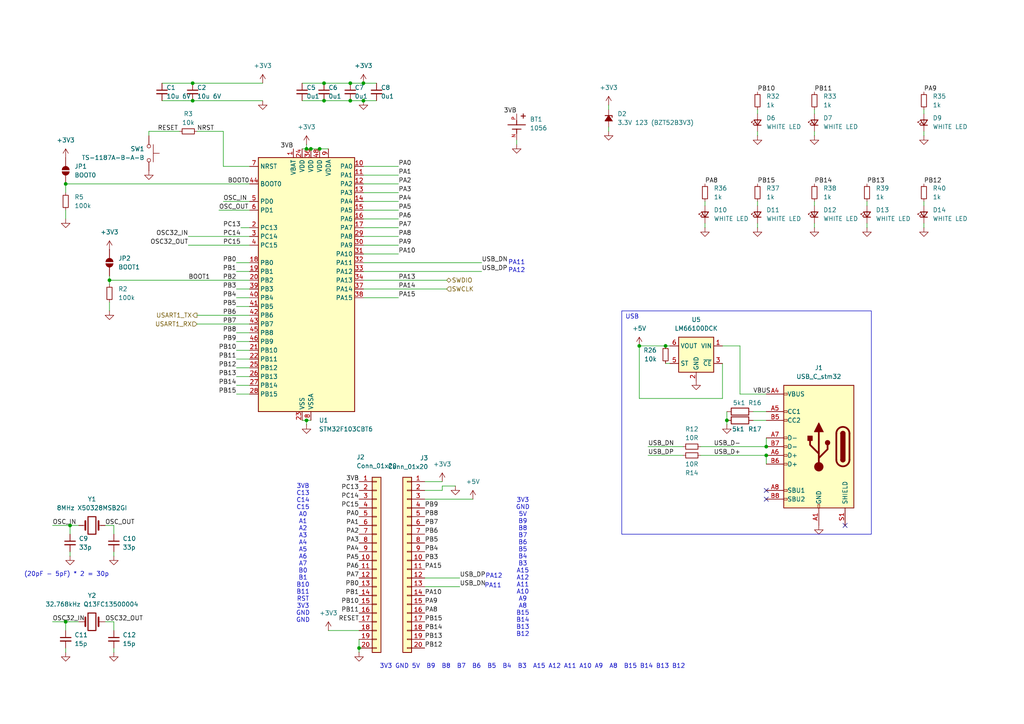
<source format=kicad_sch>
(kicad_sch (version 20231120) (generator "eeschema") (generator_version "8.0")
  (paper "A4")
  (lib_symbols
    (symbol "Connector:USB_C_Receptacle_USB2.0_16P" (pin_names (offset 1.016))
      (property "Reference" "J" (at 0 22.225 0))
      (property "Value" "USB_C_Receptacle_USB2.0_16P" (at 0 19.685 0))
      (symbol "USB_C_Receptacle_USB2.0_16P_1_1"
        (pin passive line (at 0 -22.86 90) (length 5.08) (name "GND") (number "A1"))
        (pin passive line (at 0 -22.86 90) (length 5.08) hide (name "GND") (number "A12"))
        (pin passive line (at 15.24 15.24 180) (length 5.08) (name "VBUS") (number "A4"))
        (pin bidirectional line (at 15.24 10.16 180) (length 5.08) (name "CC1") (number "A5"))
        (pin bidirectional line (at 15.24 -2.54 180) (length 5.08) (name "D+") (number "A6"))
        (pin bidirectional line (at 15.24 2.54 180) (length 5.08) (name "D-") (number "A7"))
        (pin bidirectional line (at 15.24 -12.7 180) (length 5.08) (name "SBU1") (number "A8"))
        (pin passive line (at 15.24 15.24 180) (length 5.08) hide (name "VBUS") (number "A9"))
        (pin passive line (at 0 -22.86 90) (length 5.08) hide (name "GND") (number "B1"))
        (pin passive line (at 0 -22.86 90) (length 5.08) hide (name "GND") (number "B12"))
        (pin passive line (at 15.24 15.24 180) (length 5.08) hide (name "VBUS") (number "B4"))
        (pin bidirectional line (at 15.24 7.62 180) (length 5.08) (name "CC2") (number "B5"))
        (pin bidirectional line (at 15.24 -5.08 180) (length 5.08) (name "D+") (number "B6"))
        (pin bidirectional line (at 15.24 0 180) (length 5.08) (name "D-") (number "B7"))
        (pin bidirectional line (at 15.24 -15.24 180) (length 5.08) (name "SBU2") (number "B8"))
        (pin passive line (at 15.24 15.24 180) (length 5.08) hide (name "VBUS") (number "B9"))
        (pin passive line (at -7.62 -22.86 90) (length 5.08) (name "SHIELD") (number "S1"))
      )
    )
    (symbol "Connector_Generic:Conn_01x20" (pin_names (offset 1.016) hide)
      (property "Reference" "J" (at 0 25.4 0))
      (property "Value" "Conn_01x20" (at 0 -27.94 0))
      (symbol "Conn_01x20_1_1"
        (pin passive line (at -5.08 22.86 0) (length 3.81) (name "Pin_1") (number "1"))
        (pin passive line (at -5.08 0 0) (length 3.81) (name "Pin_10") (number "10"))
        (pin passive line (at -5.08 -2.54 0) (length 3.81) (name "Pin_11") (number "11"))
        (pin passive line (at -5.08 -5.08 0) (length 3.81) (name "Pin_12") (number "12"))
        (pin passive line (at -5.08 -7.62 0) (length 3.81) (name "Pin_13") (number "13"))
        (pin passive line (at -5.08 -10.16 0) (length 3.81) (name "Pin_14") (number "14"))
        (pin passive line (at -5.08 -12.7 0) (length 3.81) (name "Pin_15") (number "15"))
        (pin passive line (at -5.08 -15.24 0) (length 3.81) (name "Pin_16") (number "16"))
        (pin passive line (at -5.08 -17.78 0) (length 3.81) (name "Pin_17") (number "17"))
        (pin passive line (at -5.08 -20.32 0) (length 3.81) (name "Pin_18") (number "18"))
        (pin passive line (at -5.08 -22.86 0) (length 3.81) (name "Pin_19") (number "19"))
        (pin passive line (at -5.08 20.32 0) (length 3.81) (name "Pin_2") (number "2"))
        (pin passive line (at -5.08 -25.4 0) (length 3.81) (name "Pin_20") (number "20"))
        (pin passive line (at -5.08 17.78 0) (length 3.81) (name "Pin_3") (number "3"))
        (pin passive line (at -5.08 15.24 0) (length 3.81) (name "Pin_4") (number "4"))
        (pin passive line (at -5.08 12.7 0) (length 3.81) (name "Pin_5") (number "5"))
        (pin passive line (at -5.08 10.16 0) (length 3.81) (name "Pin_6") (number "6"))
        (pin passive line (at -5.08 7.62 0) (length 3.81) (name "Pin_7") (number "7"))
        (pin passive line (at -5.08 5.08 0) (length 3.81) (name "Pin_8") (number "8"))
        (pin passive line (at -5.08 2.54 0) (length 3.81) (name "Pin_9") (number "9"))
      )
    )
    (symbol "Device:C_Small" (pin_numbers hide) (pin_names (offset 0.254) hide)
      (property "Reference" "C" (at 0.254 1.778 0))
      (property "Value" "C_Small" (at 0.254 -2.032 0))
      (symbol "C_Small_1_1"
        (pin passive line (at 0 2.54 270) (length 2.032) (name "~") (number "1"))
        (pin passive line (at 0 -2.54 90) (length 2.032) (name "~") (number "2"))
      )
    )
    (symbol "Device:Crystal" (pin_numbers hide) (pin_names (offset 1.016) hide)
      (property "Reference" "Y" (at 0 3.81 0))
      (property "Value" "Crystal" (at 0 -3.81 0))
      (symbol "Crystal_1_1"
        (pin passive line (at -3.81 0 0) (length 1.27) (name "1") (number "1"))
        (pin passive line (at 3.81 0 180) (length 1.27) (name "2") (number "2"))
      )
    )
    (symbol "Device:D_Zener_Small_Filled" (pin_numbers hide) (pin_names (offset 0.254) hide)
      (property "Reference" "D" (at 0 2.286 0))
      (property "Value" "D_Zener_Small_Filled" (at 0 -2.286 0))
      (symbol "D_Zener_Small_Filled_1_1"
        (pin passive line (at -2.54 0 0) (length 1.778) (name "K") (number "1"))
        (pin passive line (at 2.54 0 180) (length 1.778) (name "A") (number "2"))
      )
    )
    (symbol "Device:LED_Small" (pin_numbers hide) (pin_names (offset 0.254) hide)
      (property "Reference" "D" (at -1.27 3.175 0))
      (property "Value" "LED_Small" (at -4.445 -2.54 0))
      (symbol "LED_Small_1_1"
        (pin passive line (at -2.54 0 0) (length 1.778) (name "K") (number "1"))
        (pin passive line (at 2.54 0 180) (length 1.778) (name "A") (number "2"))
      )
    )
    (symbol "Device:R" (pin_numbers hide) (pin_names (offset 0))
      (property "Reference" "R" (at 2.032 0 90))
      (property "Value" "R" (at 0 0 90))
      (symbol "R_1_1"
        (pin passive line (at 0 3.81 270) (length 1.27) (name "~") (number "1"))
        (pin passive line (at 0 -3.81 90) (length 1.27) (name "~") (number "2"))
      )
    )
    (symbol "Device:R_Small" (pin_numbers hide) (pin_names (offset 0.254) hide)
      (property "Reference" "R" (at 0.762 0.508 0))
      (property "Value" "R_Small" (at 0.762 -1.016 0))
      (symbol "R_Small_1_1"
        (pin passive line (at 0 2.54 270) (length 0.762) (name "~") (number "1"))
        (pin passive line (at 0 -2.54 90) (length 0.762) (name "~") (number "2"))
      )
    )
    (symbol "Jumper:SolderJumper_2_Open" (pin_numbers hide) (pin_names (offset 0) hide) (exclude_from_sim yes) (in_bom no)
      (property "Reference" "JP" (at 0 2.032 0))
      (property "Value" "SolderJumper_2_Open" (at 0 -2.54 0))
      (symbol "SolderJumper_2_Open_1_1"
        (pin passive line (at -3.81 0 0) (length 2.54) (name "A") (number "1"))
        (pin passive line (at 3.81 0 180) (length 2.54) (name "B") (number "2"))
      )
    )
    (symbol "MCU_ST_STM32F1:STM32F103CBTx"
      (property "Reference" "U" (at -12.7 39.37 0))
      (property "Value" "STM32F103CBTx" (at 10.16 39.37 0))
      (symbol "STM32F103CBTx_1_1"
        (pin power_in line (at -2.54 40.64 270) (length 2.54) (name "VBAT") (number "1"))
        (pin bidirectional line (at 17.78 35.56 180) (length 2.54) (name "PA0") (number "10"))
        (pin bidirectional line (at 17.78 33.02 180) (length 2.54) (name "PA1") (number "11"))
        (pin bidirectional line (at 17.78 30.48 180) (length 2.54) (name "PA2") (number "12"))
        (pin bidirectional line (at 17.78 27.94 180) (length 2.54) (name "PA3") (number "13"))
        (pin bidirectional line (at 17.78 25.4 180) (length 2.54) (name "PA4") (number "14"))
        (pin bidirectional line (at 17.78 22.86 180) (length 2.54) (name "PA5") (number "15"))
        (pin bidirectional line (at 17.78 20.32 180) (length 2.54) (name "PA6") (number "16"))
        (pin bidirectional line (at 17.78 17.78 180) (length 2.54) (name "PA7") (number "17"))
        (pin bidirectional line (at -15.24 7.62 0) (length 2.54) (name "PB0") (number "18"))
        (pin bidirectional line (at -15.24 5.08 0) (length 2.54) (name "PB1") (number "19"))
        (pin bidirectional line (at -15.24 17.78 0) (length 2.54) (name "PC13") (number "2"))
        (pin bidirectional line (at -15.24 2.54 0) (length 2.54) (name "PB2") (number "20"))
        (pin bidirectional line (at -15.24 -17.78 0) (length 2.54) (name "PB10") (number "21"))
        (pin bidirectional line (at -15.24 -20.32 0) (length 2.54) (name "PB11") (number "22"))
        (pin power_in line (at 0 -38.1 90) (length 2.54) (name "VSS") (number "23"))
        (pin power_in line (at 0 40.64 270) (length 2.54) (name "VDD") (number "24"))
        (pin bidirectional line (at -15.24 -22.86 0) (length 2.54) (name "PB12") (number "25"))
        (pin bidirectional line (at -15.24 -25.4 0) (length 2.54) (name "PB13") (number "26"))
        (pin bidirectional line (at -15.24 -27.94 0) (length 2.54) (name "PB14") (number "27"))
        (pin bidirectional line (at -15.24 -30.48 0) (length 2.54) (name "PB15") (number "28"))
        (pin bidirectional line (at 17.78 15.24 180) (length 2.54) (name "PA8") (number "29"))
        (pin bidirectional line (at -15.24 15.24 0) (length 2.54) (name "PC14") (number "3"))
        (pin bidirectional line (at 17.78 12.7 180) (length 2.54) (name "PA9") (number "30"))
        (pin bidirectional line (at 17.78 10.16 180) (length 2.54) (name "PA10") (number "31"))
        (pin bidirectional line (at 17.78 7.62 180) (length 2.54) (name "PA11") (number "32"))
        (pin bidirectional line (at 17.78 5.08 180) (length 2.54) (name "PA12") (number "33"))
        (pin bidirectional line (at 17.78 2.54 180) (length 2.54) (name "PA13") (number "34"))
        (pin passive line (at 0 -38.1 90) (length 2.54) hide (name "VSS") (number "35"))
        (pin power_in line (at 2.54 40.64 270) (length 2.54) (name "VDD") (number "36"))
        (pin bidirectional line (at 17.78 0 180) (length 2.54) (name "PA14") (number "37"))
        (pin bidirectional line (at 17.78 -2.54 180) (length 2.54) (name "PA15") (number "38"))
        (pin bidirectional line (at -15.24 0 0) (length 2.54) (name "PB3") (number "39"))
        (pin bidirectional line (at -15.24 12.7 0) (length 2.54) (name "PC15") (number "4"))
        (pin bidirectional line (at -15.24 -2.54 0) (length 2.54) (name "PB4") (number "40"))
        (pin bidirectional line (at -15.24 -5.08 0) (length 2.54) (name "PB5") (number "41"))
        (pin bidirectional line (at -15.24 -7.62 0) (length 2.54) (name "PB6") (number "42"))
        (pin bidirectional line (at -15.24 -10.16 0) (length 2.54) (name "PB7") (number "43"))
        (pin input line (at -15.24 30.48 0) (length 2.54) (name "BOOT0") (number "44"))
        (pin bidirectional line (at -15.24 -12.7 0) (length 2.54) (name "PB8") (number "45"))
        (pin bidirectional line (at -15.24 -15.24 0) (length 2.54) (name "PB9") (number "46"))
        (pin passive line (at 0 -38.1 90) (length 2.54) hide (name "VSS") (number "47"))
        (pin power_in line (at 5.08 40.64 270) (length 2.54) (name "VDD") (number "48"))
        (pin bidirectional line (at -15.24 25.4 0) (length 2.54) (name "PD0") (number "5"))
        (pin bidirectional line (at -15.24 22.86 0) (length 2.54) (name "PD1") (number "6"))
        (pin input line (at -15.24 35.56 0) (length 2.54) (name "NRST") (number "7"))
        (pin power_in line (at 2.54 -38.1 90) (length 2.54) (name "VSSA") (number "8"))
        (pin power_in line (at 7.62 40.64 270) (length 2.54) (name "VDDA") (number "9"))
      )
    )
    (symbol "Power_Management:LM66100DCK"
      (property "Reference" "U" (at -5.08 6.096 0))
      (property "Value" "LM66100DCK" (at 0.254 -6.35 0))
      (symbol "LM66100DCK_1_1"
        (pin power_in line (at -7.62 2.54 0) (length 2.54) (name "VIN") (number "1"))
        (pin power_in line (at 0 -7.62 90) (length 2.54) (name "GND") (number "2"))
        (pin input line (at -7.62 -2.54 0) (length 2.54) (name "~{CE}") (number "3"))
        (pin no_connect line (at 0 5.08 270) (length 2.54) hide (name "NC") (number "4"))
        (pin open_collector line (at 7.62 -2.54 180) (length 2.54) (name "ST") (number "5"))
        (pin power_out line (at 7.62 2.54 180) (length 2.54) (name "VOUT") (number "6"))
      )
    )
    (symbol "Switch:SW_Push" (pin_numbers hide) (pin_names (offset 1.016) hide)
      (property "Reference" "SW" (at 1.27 2.54 0))
      (property "Value" "SW_Push" (at 0 -1.524 0))
      (symbol "SW_Push_0_1"
        (pin passive line (at -5.08 0 0) (length 2.54) (name "1") (number "1"))
        (pin passive line (at 5.08 0 180) (length 2.54) (name "2") (number "2"))
      )
    )
    (symbol "nturt_kicad_lib_EP6:1056" (pin_names (offset 1.016))
      (property "Reference" "BT" (at -3.81 3.81 0))
      (property "Value" "1056" (at -3.81 -5.08 0))
      (symbol "1056_1_0"
        (pin passive line (at 3.81 0 180) (length 2.54) (name "~") (number "N"))
        (pin power_out line (at -3.81 0 0) (length 2.54) (name "~") (number "P"))
      )
    )
    (symbol "power:+3V3" (power) (pin_numbers hide) (pin_names (offset 0) hide)
      (property "Value" "+3V3" (at 0 3.556 0))
      (symbol "+3V3_1_1"
        (pin power_in line (at 0 0 90) (length 0) (name "~") (number "1"))
      )
    )
    (symbol "power:+5V" (power) (pin_numbers hide) (pin_names (offset 0) hide)
      (property "Value" "+5V" (at 0 3.556 0))
      (symbol "+5V_1_1"
        (pin power_in line (at 0 0 90) (length 0) (name "~") (number "1"))
      )
    )
    (symbol "power:GND" (power) (pin_numbers hide) (pin_names (offset 0) hide)
      (property "Value" "GND" (at 0 -3.81 0))
      (symbol "GND_1_1"
        (pin power_in line (at 0 0 270) (length 0) (name "~") (number "1"))
      )
    )
  )
  (junction (at 93.98 24.13))
  (junction (at 222.25 129.54))
  (junction (at 92.71 43.18))
  (junction (at 105.41 24.13))
  (junction (at 93.98 29.21))
  (junction (at 19.05 53.34))
  (junction (at 193.04 100.33))
  (junction (at 20.32 152.4))
  (junction (at 88.9 121.92))
  (junction (at 88.9 43.18))
  (junction (at 55.88 29.21))
  (junction (at 90.17 43.18))
  (junction (at 185.42 100.33))
  (junction (at 104.14 187.96))
  (junction (at 31.75 81.28))
  (junction (at 55.88 24.13))
  (junction (at 105.41 29.21))
  (junction (at 101.6 24.13))
  (junction (at 101.6 29.21))
  (junction (at 210.82 121.92))
  (junction (at 222.25 132.08))
  (junction (at 19.05 180.34))
  (no_connect (at 222.25 144.78))
  (no_connect (at 222.25 142.24))
  (no_connect (at 245.11 152.4))
  (wire (pts (xy 88.9 43.18) (xy 90.17 43.18)))
  (wire (pts (xy 68.58 86.36) (xy 72.39 86.36)))
  (wire (pts (xy 88.9 41.91) (xy 88.9 43.18)))
  (wire (pts (xy 33.02 187.96) (xy 33.02 189.23)))
  (wire (pts (xy 204.47 58.42) (xy 204.47 59.69)))
  (wire (pts (xy 105.41 71.12) (xy 115.57 71.12)))
  (wire (pts (xy 68.58 76.2) (xy 72.39 76.2)))
  (wire (pts (xy 105.41 73.66) (xy 115.57 73.66)))
  (wire (pts (xy 90.17 43.18) (xy 92.71 43.18)))
  (wire (pts (xy 187.96 132.08) (xy 198.12 132.08)))
  (wire (pts (xy 54.61 68.58) (xy 72.39 68.58)))
  (wire (pts (xy 105.41 58.42) (xy 115.57 58.42)))
  (wire (pts (xy 46.99 29.21) (xy 55.88 29.21)))
  (wire (pts (xy 88.9 121.92) (xy 87.63 121.92)))
  (wire (pts (xy 204.47 66.04) (xy 204.47 64.77)))
  (wire (pts (xy 132.08 140.97) (xy 128.27 140.97)))
  (wire (pts (xy 105.41 83.82) (xy 129.54 83.82)))
  (wire (pts (xy 214.63 114.3) (xy 214.63 100.33)))
  (wire (pts (xy 193.04 100.33) (xy 185.42 100.33)))
  (wire (pts (xy 236.22 39.37) (xy 236.22 38.1)))
  (wire (pts (xy 19.05 55.88) (xy 19.05 53.34)))
  (wire (pts (xy 137.16 144.78) (xy 123.19 144.78)))
  (wire (pts (xy 128.27 140.97) (xy 128.27 142.24)))
  (wire (pts (xy 64.77 48.26) (xy 72.39 48.26)))
  (wire (pts (xy 128.27 139.7) (xy 123.19 139.7)))
  (wire (pts (xy 33.02 182.88) (xy 33.02 180.34)))
  (wire (pts (xy 20.32 152.4) (xy 22.86 152.4)))
  (wire (pts (xy 31.75 81.28) (xy 31.75 80.01)))
  (wire (pts (xy 55.88 24.13) (xy 76.2 24.13)))
  (wire (pts (xy 105.41 78.74) (xy 139.7 78.74)))
  (wire (pts (xy 219.71 39.37) (xy 219.71 38.1)))
  (wire (pts (xy 15.24 180.34) (xy 19.05 180.34)))
  (wire (pts (xy 30.48 180.34) (xy 33.02 180.34)))
  (wire (pts (xy 104.14 185.42) (xy 104.14 187.96)))
  (wire (pts (xy 218.44 121.92) (xy 222.25 121.92)))
  (wire (pts (xy 68.58 96.52) (xy 72.39 96.52)))
  (wire (pts (xy 219.71 66.04) (xy 219.71 64.77)))
  (wire (pts (xy 222.25 127) (xy 222.25 129.54)))
  (wire (pts (xy 105.41 55.88) (xy 115.57 55.88)))
  (wire (pts (xy 68.58 109.22) (xy 72.39 109.22)))
  (wire (pts (xy 20.32 160.02) (xy 20.32 161.29)))
  (wire (pts (xy 105.41 60.96) (xy 115.57 60.96)))
  (wire (pts (xy 30.48 152.4) (xy 33.02 152.4)))
  (wire (pts (xy 92.71 43.18) (xy 95.25 43.18)))
  (wire (pts (xy 19.05 180.34) (xy 19.05 182.88)))
  (wire (pts (xy 105.41 50.8) (xy 115.57 50.8)))
  (wire (pts (xy 209.55 100.33) (xy 214.63 100.33)))
  (wire (pts (xy 95.25 182.88) (xy 104.14 182.88)))
  (wire (pts (xy 101.6 24.13) (xy 105.41 24.13)))
  (wire (pts (xy 15.24 152.4) (xy 20.32 152.4)))
  (wire (pts (xy 105.41 66.04) (xy 115.57 66.04)))
  (wire (pts (xy 68.58 88.9) (xy 72.39 88.9)))
  (wire (pts (xy 87.63 24.13) (xy 93.98 24.13)))
  (wire (pts (xy 64.77 38.1) (xy 57.15 38.1)))
  (wire (pts (xy 105.41 76.2) (xy 139.7 76.2)))
  (wire (pts (xy 105.41 24.13) (xy 109.22 24.13)))
  (wire (pts (xy 68.58 114.3) (xy 72.39 114.3)))
  (wire (pts (xy 20.32 152.4) (xy 20.32 154.94)))
  (wire (pts (xy 218.44 119.38) (xy 222.25 119.38)))
  (wire (pts (xy 105.41 63.5) (xy 115.57 63.5)))
  (wire (pts (xy 214.63 114.3) (xy 222.25 114.3)))
  (wire (pts (xy 46.99 24.13) (xy 55.88 24.13)))
  (wire (pts (xy 209.55 105.41) (xy 209.55 115.57)))
  (wire (pts (xy 33.02 154.94) (xy 33.02 152.4)))
  (wire (pts (xy 101.6 29.21) (xy 105.41 29.21)))
  (wire (pts (xy 68.58 104.14) (xy 72.39 104.14)))
  (wire (pts (xy 87.63 43.18) (xy 88.9 43.18)))
  (wire (pts (xy 52.07 38.1) (xy 43.18 38.1)))
  (wire (pts (xy 68.58 83.82) (xy 72.39 83.82)))
  (wire (pts (xy 210.82 119.38) (xy 210.82 121.92)))
  (wire (pts (xy 267.97 58.42) (xy 267.97 59.69)))
  (wire (pts (xy 64.77 48.26) (xy 64.77 38.1)))
  (wire (pts (xy 267.97 39.37) (xy 267.97 38.1)))
  (wire (pts (xy 149.86 41.91) (xy 149.86 40.64)))
  (wire (pts (xy 105.41 29.21) (xy 109.22 29.21)))
  (wire (pts (xy 176.53 38.1) (xy 176.53 36.83)))
  (wire (pts (xy 43.18 38.1) (xy 43.18 39.37)))
  (wire (pts (xy 203.2 132.08) (xy 222.25 132.08)))
  (wire (pts (xy 63.5 60.96) (xy 72.39 60.96)))
  (wire (pts (xy 93.98 29.21) (xy 101.6 29.21)))
  (wire (pts (xy 203.2 129.54) (xy 222.25 129.54)))
  (wire (pts (xy 57.15 93.98) (xy 72.39 93.98)))
  (wire (pts (xy 19.05 180.34) (xy 22.86 180.34)))
  (wire (pts (xy 267.97 31.75) (xy 267.97 33.02)))
  (wire (pts (xy 219.71 31.75) (xy 219.71 33.02)))
  (wire (pts (xy 105.41 68.58) (xy 115.57 68.58)))
  (wire (pts (xy 219.71 58.42) (xy 219.71 59.69)))
  (wire (pts (xy 105.41 53.34) (xy 115.57 53.34)))
  (wire (pts (xy 87.63 29.21) (xy 93.98 29.21)))
  (wire (pts (xy 68.58 99.06) (xy 72.39 99.06)))
  (wire (pts (xy 19.05 187.96) (xy 19.05 189.23)))
  (wire (pts (xy 133.35 170.18) (xy 123.19 170.18)))
  (wire (pts (xy 68.58 101.6) (xy 72.39 101.6)))
  (wire (pts (xy 88.9 121.92) (xy 90.17 121.92)))
  (wire (pts (xy 68.58 78.74) (xy 72.39 78.74)))
  (wire (pts (xy 31.75 82.55) (xy 31.75 81.28)))
  (wire (pts (xy 236.22 31.75) (xy 236.22 33.02)))
  (wire (pts (xy 69.85 66.04) (xy 72.39 66.04)))
  (wire (pts (xy 54.61 71.12) (xy 72.39 71.12)))
  (wire (pts (xy 19.05 53.34) (xy 72.39 53.34)))
  (wire (pts (xy 187.96 129.54) (xy 198.12 129.54)))
  (wire (pts (xy 194.31 105.41) (xy 193.04 105.41)))
  (wire (pts (xy 19.05 63.5) (xy 19.05 60.96)))
  (wire (pts (xy 236.22 58.42) (xy 236.22 59.69)))
  (wire (pts (xy 93.98 24.13) (xy 101.6 24.13)))
  (wire (pts (xy 267.97 66.04) (xy 267.97 64.77)))
  (wire (pts (xy 251.46 66.04) (xy 251.46 64.77)))
  (wire (pts (xy 33.02 160.02) (xy 33.02 161.29)))
  (wire (pts (xy 176.53 30.48) (xy 176.53 31.75)))
  (wire (pts (xy 251.46 58.42) (xy 251.46 59.69)))
  (wire (pts (xy 105.41 81.28) (xy 129.54 81.28)))
  (wire (pts (xy 88.9 121.92) (xy 88.9 123.19)))
  (wire (pts (xy 31.75 81.28) (xy 72.39 81.28)))
  (wire (pts (xy 105.41 48.26) (xy 115.57 48.26)))
  (wire (pts (xy 185.42 100.33) (xy 185.42 115.57)))
  (wire (pts (xy 104.14 187.96) (xy 104.14 189.23)))
  (wire (pts (xy 105.41 86.36) (xy 115.57 86.36)))
  (wire (pts (xy 209.55 115.57) (xy 185.42 115.57)))
  (wire (pts (xy 57.15 91.44) (xy 72.39 91.44)))
  (wire (pts (xy 133.35 167.64) (xy 123.19 167.64)))
  (wire (pts (xy 128.27 142.24) (xy 123.19 142.24)))
  (wire (pts (xy 64.77 58.42) (xy 72.39 58.42)))
  (wire (pts (xy 31.75 90.17) (xy 31.75 87.63)))
  (wire (pts (xy 236.22 66.04) (xy 236.22 64.77)))
  (wire (pts (xy 194.31 100.33) (xy 193.04 100.33)))
  (wire (pts (xy 55.88 29.21) (xy 76.2 29.21)))
  (wire (pts (xy 68.58 111.76) (xy 72.39 111.76)))
  (wire (pts (xy 210.82 121.92) (xy 210.82 123.19)))
  (wire (pts (xy 222.25 132.08) (xy 222.25 134.62)))
  (wire (pts (xy 68.58 106.68) (xy 72.39 106.68)))
  (rectangle (start 180.34 90.17) (end 252.73 154.94))
  (text "PA12" (at 143.256 167.132 0) (effects (font (size 1.27 1.27))))
  (text "3V3\nGND\n5V\nB9\nB8\nB7\nB6\nB5\nB4\nB3\nA15\nA12\nA11\nA10\nA9\nA8\nB15\nB14\nB13\nB12" (at 151.638 164.592 0) (effects (font (size 1.27 1.27))))
  (text "3V3 GND 5V  B9  B8  B7  B6  B5  B4  B3  A15 A12 A11 A10 A9  A8  B15 B14 B13 B12" (at 154.432 193.294 0) (effects (font (size 1.27 1.27))))
  (text "PA12" (at 149.86 78.486 0) (effects (font (size 1.27 1.27))))
  (text "PA11\n" (at 143.002 169.926 0) (effects (font (size 1.27 1.27))))
  (text "(20pF - 5pF) * 2 = 30p" (at 19.304 166.624 0) (effects (font (size 1.27 1.27))))
  (text "USB" (at 181.356 92.71 0) (effects (font (size 1.27 1.27)) (justify left bottom)))
  (text "3VB\nC13\nC14\nC15\nA0\nA1\nA2\nA3\nA4\nA5\nA6\nA7\nB0\nB1\nB10\nB11\nRST\n3V3\nGND\nGND" (at 87.884 160.528 0) (effects (font (size 1.27 1.27))))
  (text "PA11\n" (at 149.86 76.2 0) (effects (font (size 1.27 1.27))))
  (label "PA15" (at 115.57 86.36 0))
  (label "BOOT0" (at 66.04 53.34 0))
  (label "OSC32_IN" (at 54.61 68.58 180))
  (label "PA2" (at 104.14 154.94 180))
  (label "PA0" (at 104.14 149.86 180))
  (label "PB0" (at 104.14 170.18 180))
  (label "PB10" (at 68.58 101.6 180))
  (label "PB11" (at 104.14 177.8 180))
  (label "PB10" (at 219.71 26.67 0))
  (label "PB11" (at 68.58 104.14 180))
  (label "3VB" (at 149.86 33.02 180))
  (label "PA0" (at 115.57 48.26 0))
  (label "PB1" (at 104.14 172.72 180))
  (label "PA8" (at 123.19 177.8 0))
  (label "OSC_IN" (at 64.77 58.42 0))
  (label "OSC32_OUT" (at 30.48 180.34 0))
  (label "PB12" (at 68.58 106.68 180))
  (label "OSC32_IN" (at 15.24 180.34 0))
  (label "PB15" (at 123.19 180.34 0))
  (label "PB10" (at 104.14 175.26 180))
  (label "VBUS" (at 218.44 114.3 0))
  (label "RESET" (at 104.14 180.34 180))
  (label "USB_DP" (at 139.7 78.74 0))
  (label "PB4" (at 68.58 86.36 180))
  (label "PA10" (at 115.57 73.66 0))
  (label "PA1" (at 104.14 152.4 180))
  (label "PA3" (at 104.14 157.48 180))
  (label "PA5" (at 104.14 162.56 180))
  (label "PB9" (at 68.58 99.06 180))
  (label "PB1" (at 68.58 78.74 180))
  (label "PB8" (at 68.58 96.52 180))
  (label "PB14" (at 68.58 111.76 180))
  (label "PA9" (at 123.19 175.26 0))
  (label "OSC_IN" (at 15.24 152.4 0))
  (label "PC13" (at 69.85 66.04 180))
  (label "PB3" (at 123.19 162.56 0))
  (label "PA4" (at 104.14 160.02 180))
  (label "OSC_OUT" (at 30.48 152.4 0))
  (label "PB13" (at 68.58 109.22 180))
  (label "RESET" (at 45.72 38.1 0))
  (label "3VB" (at 85.09 43.18 180))
  (label "PA7" (at 104.14 167.64 180))
  (label "PB5" (at 123.19 157.48 0))
  (label "USB_DN" (at 133.35 170.18 0))
  (label "PA14" (at 115.57 83.82 0))
  (label "PA7" (at 115.57 66.04 0))
  (label "PB14" (at 123.19 182.88 0))
  (label "USB_DP" (at 133.35 167.64 0))
  (label "USB_D-" (at 207.01 129.54 0))
  (label "PA3" (at 115.57 55.88 0))
  (label "PA6" (at 104.14 165.1 180))
  (label "USB_DN" (at 139.7 76.2 0))
  (label "OSC32_OUT" (at 54.61 71.12 180))
  (label "PB12" (at 267.97 53.34 0))
  (label "PB13" (at 251.46 53.34 0))
  (label "PC14" (at 104.14 144.78 180))
  (label "PA4" (at 115.57 58.42 0))
  (label "PB15" (at 219.71 53.34 0))
  (label "3VB" (at 104.14 139.7 180))
  (label "PA6" (at 115.57 63.5 0))
  (label "USB_D+" (at 207.01 132.08 0))
  (label "BOOT1" (at 60.96 81.28 180))
  (label "PA2" (at 115.57 53.34 0))
  (label "PB4" (at 123.19 160.02 0))
  (label "PA1" (at 115.57 50.8 0))
  (label "PB7" (at 123.19 152.4 0))
  (label "PB3" (at 68.58 83.82 180))
  (label "PB0" (at 68.58 76.2 180))
  (label "USB_DP" (at 187.96 132.08 0))
  (label "PA9" (at 267.97 26.67 0))
  (label "PB9" (at 123.19 147.32 0))
  (label "PB5" (at 68.58 88.9 180))
  (label "NRST" (at 57.15 38.1 0))
  (label "PA5" (at 115.57 60.96 0))
  (label "PB15" (at 68.58 114.3 180))
  (label "PC14" (at 69.85 68.58 180))
  (label "PA8" (at 115.57 68.58 0))
  (label "PC15" (at 69.85 71.12 180))
  (label "OSC_OUT" (at 63.5 60.96 0))
  (label "PB13" (at 123.19 185.42 0))
  (label "PB2" (at 68.58 81.28 180))
  (label "PB12" (at 123.19 187.96 0))
  (label "PB8" (at 123.19 149.86 0))
  (label "PA8" (at 204.47 53.34 0))
  (label "PC15" (at 104.14 147.32 180))
  (label "PA15" (at 123.19 165.1 0))
  (label "PA13" (at 115.57 81.28 0))
  (label "PB6" (at 123.19 154.94 0))
  (label "PA9" (at 115.57 71.12 0))
  (label "PC13" (at 104.14 142.24 180))
  (label "PA10" (at 123.19 172.72 0))
  (label "USB_DN" (at 187.96 129.54 0))
  (label "PB7" (at 68.58 93.98 180))
  (label "PB6" (at 68.58 91.44 180))
  (label "PB11" (at 236.22 26.67 0))
  (label "PB14" (at 236.22 53.34 0))
  (hierarchical_label "USART1_RX" (shape input) (at 57.15 93.98 180))
  (hierarchical_label "SWDIO" (shape bidirectional) (at 129.54 81.28 0))
  (hierarchical_label "USART1_TX" (shape output) (at 57.15 91.44 180))
  (hierarchical_label "SWCLK" (shape input) (at 129.54 83.82 0))
  (symbol (lib_id "Device:D_Zener_Small_Filled") (at 176.53 34.29 270) (unit 1)
    (property "Reference" "D2" (at 179.07 33.02 90) (effects (justify left)))
    (property "Value" "3.3V 123 (BZT52B3V3)" (at 179.07 35.56 90) (effects (justify left)))
    (property "Footprint" "Diode_SMD:D_SOD-123" (effects (hide yes)))
    (property "Description" "Zener diode, small symbol, filled shape" (effects (hide yes)))
  )
  (symbol (lib_id "Jumper:SolderJumper_2_Open") (at 19.05 49.53 90) (unit 1) (exclude_from_sim yes) (in_bom no)
    (property "Reference" "JP1" (at 21.59 48.26 90) (effects (justify right)))
    (property "Value" "BOOT0" (at 21.59 50.8 90) (effects (justify right)))
    (property "Footprint" "Jumper:SolderJumper-2_P1.3mm_Open_RoundedPad1.0x1.5mm" (effects (hide yes)))
    (property "Description" "Solder Jumper, 2-pole, open" (effects (hide yes)))
  )
  (symbol (lib_id "power:+5V") (at 137.16 144.78 0) (unit 1)
    (property "Reference" "#PWR029" (effects (hide yes)))
    (property "Value" "+5V" (at 137.16 139.7 0))
    (property "Description" "Power symbol creates a global label with name \"+5V\"" (effects (hide yes)))
  )
  (symbol (lib_id "Jumper:SolderJumper_2_Open") (at 31.75 76.2 90) (unit 1) (exclude_from_sim yes) (in_bom no)
    (property "Reference" "JP2" (at 34.29 74.93 90) (effects (justify right)))
    (property "Value" "BOOT1" (at 34.29 77.47 90) (effects (justify right)))
    (property "Footprint" "Jumper:SolderJumper-2_P1.3mm_Open_RoundedPad1.0x1.5mm" (effects (hide yes)))
    (property "Description" "Solder Jumper, 2-pole, open" (effects (hide yes)))
  )
  (symbol (lib_id "power:+3V3") (at 95.25 182.88 0) (unit 1)
    (property "Reference" "#PWR017" (effects (hide yes)))
    (property "Value" "+3V3" (at 95.25 177.8 0))
    (property "Description" "Power symbol creates a global label with name \"+3V3\"" (effects (hide yes)))
  )
  (symbol (lib_id "Switch:SW_Push") (at 43.18 44.45 270) (mirror x) (unit 1)
    (property "Reference" "SW1" (at 41.91 43.18 90) (effects (justify right)))
    (property "Value" "TS-1187A-B-A-B" (at 41.91 45.72 90) (effects (justify right)))
    (property "Footprint" "Button_Switch_SMD:SW_Push_1P1T_XKB_TS-1187A" (effects (hide yes)))
    (property "Description" "Push button switch, generic, two pins" (effects (hide yes)))
  )
  (symbol (lib_id "Device:R_Small") (at 219.71 29.21 0) (unit 1)
    (property "Reference" "R32" (at 222.25 27.94 0) (effects (justify left)))
    (property "Value" "1k" (at 222.25 30.48 0) (effects (justify left)))
    (property "Footprint" "Resistor_SMD:R_0402_1005Metric" (effects (hide yes)))
    (property "Description" "Resistor, small symbol" (effects (hide yes)))
  )
  (symbol (lib_id "power:+3V3") (at 176.53 30.48 0) (unit 1)
    (property "Reference" "#PWR027" (effects (hide yes)))
    (property "Value" "+3V3" (at 176.53 25.4 0))
    (property "Description" "Power symbol creates a global label with name \"+3V3\"" (effects (hide yes)))
  )
  (symbol (lib_id "Device:R_Small") (at 267.97 55.88 0) (unit 1)
    (property "Reference" "R40" (at 270.51 54.61 0) (effects (justify left)))
    (property "Value" "1k" (at 270.51 57.15 0) (effects (justify left)))
    (property "Footprint" "Resistor_SMD:R_0402_1005Metric" (effects (hide yes)))
    (property "Description" "Resistor, small symbol" (effects (hide yes)))
  )
  (symbol (lib_id "power:+3V3") (at 128.27 139.7 0) (unit 1)
    (property "Reference" "#PWR031" (effects (hide yes)))
    (property "Value" "+3V3" (at 128.27 134.62 0))
    (property "Description" "Power symbol creates a global label with name \"+3V3\"" (effects (hide yes)))
  )
  (symbol (lib_id "Device:R_Small") (at 193.04 102.87 0) (mirror y) (unit 1)
    (property "Reference" "R26" (at 190.5 101.5999 0) (effects (justify left)))
    (property "Value" "10k" (at 190.5 104.1399 0) (effects (justify left)))
    (property "Footprint" "Resistor_SMD:R_0402_1005Metric" (effects (hide yes)))
    (property "Description" "Resistor, small symbol" (effects (hide yes)))
  )
  (symbol (lib_id "Device:LED_Small") (at 219.71 62.23 90) (unit 1)
    (property "Reference" "D11" (at 222.25 60.8965 90) (effects (justify right)))
    (property "Value" "WHITE LED" (at 222.25 63.4365 90) (effects (justify right)))
    (property "Footprint" "LED_SMD:LED_0603_1608Metric" (effects (hide yes)))
    (property "Description" "Light emitting diode, small symbol" (effects (hide yes)))
  )
  (symbol (lib_id "power:+5V") (at 185.42 100.33 0) (mirror y) (unit 1)
    (property "Reference" "#PWR020" (effects (hide yes)))
    (property "Value" "+5V" (at 185.42 95.25 0))
    (property "Description" "Power symbol creates a global label with name \"+5V\"" (effects (hide yes)))
  )
  (symbol (lib_id "Device:R_Small") (at 19.05 58.42 0) (unit 1)
    (property "Reference" "R5" (at 21.59 57.15 0) (effects (justify left)))
    (property "Value" "100k" (at 21.59 59.69 0) (effects (justify left)))
    (property "Footprint" "Resistor_SMD:R_0402_1005Metric" (effects (hide yes)))
    (property "Description" "Resistor, small symbol" (effects (hide yes)))
  )
  (symbol (lib_id "nturt_kicad_lib_EP6:1056") (at 149.86 36.83 270) (unit 1)
    (property "Reference" "BT1" (at 153.67 34.6075 90) (effects (justify left)))
    (property "Value" "1056" (at 153.67 37.1475 90) (effects (justify left)))
    (property "Footprint" "nturt_kicad_lib_EP6:BAT_1056" (effects (hide yes)))
    (property "PARTREV" "D" (effects (hide yes)))
    (property "STANDARD" "Manufacturer Recommendations" (effects (hide yes)))
    (property "SNAPEDA_PN" "1056" (effects (hide yes)))
    (property "MAXIMUM_PACKAGE_HEIGHT" "3.99mm" (effects (hide yes)))
    (property "MANUFACTURER" "Keystone" (effects (hide yes)))
  )
  (symbol (lib_id "power:GND") (at 33.02 189.23 0) (unit 1)
    (property "Reference" "#PWR09" (effects (hide yes)))
    (property "Value" "GND" (effects (hide yes)))
    (property "Description" "Power symbol creates a global label with name \"GND\" , ground" (effects (hide yes)))
  )
  (symbol (lib_id "power:+3V3") (at 105.41 24.13 0) (unit 1)
    (property "Reference" "#PWR02" (effects (hide yes)))
    (property "Value" "+3V3" (at 105.41 19.05 0))
    (property "Description" "Power symbol creates a global label with name \"+3V3\"" (effects (hide yes)))
  )
  (symbol (lib_id "power:GND") (at 236.22 39.37 0) (unit 1)
    (property "Reference" "#PWR034" (effects (hide yes)))
    (property "Value" "GND" (effects (hide yes)))
    (property "Description" "Power symbol creates a global label with name \"GND\" , ground" (effects (hide yes)))
  )
  (symbol (lib_id "Device:LED_Small") (at 267.97 62.23 90) (unit 1)
    (property "Reference" "D14" (at 270.51 60.8965 90) (effects (justify right)))
    (property "Value" "WHITE LED" (at 270.51 63.4365 90) (effects (justify right)))
    (property "Footprint" "LED_SMD:LED_0603_1608Metric" (effects (hide yes)))
    (property "Description" "Light emitting diode, small symbol" (effects (hide yes)))
  )
  (symbol (lib_id "Device:R") (at 214.63 121.92 90) (mirror x) (unit 1)
    (property "Reference" "R17" (at 218.948 124.46 90))
    (property "Value" "5k1" (at 214.122 124.46 90))
    (property "Footprint" "Resistor_SMD:R_0402_1005Metric" (effects (hide yes)))
    (property "Description" "Resistor" (effects (hide yes)))
  )
  (symbol (lib_id "power:+3V3") (at 76.2 24.13 0) (unit 1)
    (property "Reference" "#PWR01" (effects (hide yes)))
    (property "Value" "+3V3" (at 76.2 19.05 0))
    (property "Description" "Power symbol creates a global label with name \"+3V3\"" (effects (hide yes)))
  )
  (symbol (lib_id "Device:C_Small") (at 33.02 157.48 0) (unit 1)
    (property "Reference" "C10" (at 35.56 156.2163 0) (effects (justify left)))
    (property "Value" "33p" (at 35.56 158.7563 0) (effects (justify left)))
    (property "Footprint" "Capacitor_SMD:C_0402_1005Metric" (effects (hide yes)))
    (property "Description" "Unpolarized capacitor, small symbol" (effects (hide yes)))
  )
  (symbol (lib_id "power:GND") (at 267.97 39.37 0) (unit 1)
    (property "Reference" "#PWR036" (effects (hide yes)))
    (property "Value" "GND" (effects (hide yes)))
    (property "Description" "Power symbol creates a global label with name \"GND\" , ground" (effects (hide yes)))
  )
  (symbol (lib_id "MCU_ST_STM32F1:STM32F103CBTx") (at 87.63 83.82 0) (unit 1)
    (property "Reference" "U1" (at 92.4835 121.92 0) (effects (justify left)))
    (property "Value" "STM32F103CBT6" (at 92.4835 124.46 0) (effects (justify left)))
    (property "Footprint" "Package_QFP:LQFP-48_7x7mm_P0.5mm" (effects (hide yes)))
    (property "Datasheet" "https://www.st.com/resource/en/datasheet/stm32f103cb.pdf" (effects (hide yes)))
    (property "Description" "STMicroelectronics Arm Cortex-M3 MCU, 128KB flash, 20KB RAM, 72 MHz, 2.0-3.6V, 37 GPIO, LQFP48" (effects (hide yes)))
  )
  (symbol (lib_id "Device:C_Small") (at 109.22 26.67 0) (unit 1)
    (property "Reference" "C8" (at 110.49 25.4 0) (effects (justify left)))
    (property "Value" "0u1" (at 110.49 27.94 0) (effects (justify left)))
    (property "Footprint" "Capacitor_SMD:C_0402_1005Metric" (effects (hide yes)))
    (property "Description" "Unpolarized capacitor, small symbol" (effects (hide yes)))
  )
  (symbol (lib_id "power:GND") (at 210.82 123.19 0) (unit 1)
    (property "Reference" "#PWR022" (effects (hide yes)))
    (property "Value" "GND" (effects (hide yes)))
    (property "Description" "Power symbol creates a global label with name \"GND\" , ground" (effects (hide yes)))
  )
  (symbol (lib_id "Device:R") (at 214.63 119.38 90) (unit 1)
    (property "Reference" "R16" (at 218.948 116.84 90))
    (property "Value" "5k1" (at 214.376 116.84 90))
    (property "Footprint" "Resistor_SMD:R_0402_1005Metric" (effects (hide yes)))
    (property "Description" "Resistor" (effects (hide yes)))
  )
  (symbol (lib_id "power:GND") (at 236.22 66.04 0) (unit 1)
    (property "Reference" "#PWR039" (effects (hide yes)))
    (property "Value" "GND" (effects (hide yes)))
    (property "Description" "Power symbol creates a global label with name \"GND\" , ground" (effects (hide yes)))
  )
  (symbol (lib_id "Device:C_Small") (at 46.99 26.67 0) (unit 1)
    (property "Reference" "C1" (at 48.26 25.4 0) (effects (justify left)))
    (property "Value" "10u 6V" (at 48.26 27.94 0) (effects (justify left)))
    (property "Footprint" "Capacitor_SMD:C_0402_1005Metric" (effects (hide yes)))
    (property "Description" "Unpolarized capacitor, small symbol" (effects (hide yes)))
  )
  (symbol (lib_id "power:GND") (at 19.05 189.23 0) (unit 1)
    (property "Reference" "#PWR08" (effects (hide yes)))
    (property "Value" "GND" (effects (hide yes)))
    (property "Description" "Power symbol creates a global label with name \"GND\" , ground" (effects (hide yes)))
  )
  (symbol (lib_id "power:+3V3") (at 88.9 41.91 0) (unit 1)
    (property "Reference" "#PWR06" (effects (hide yes)))
    (property "Value" "+3V3" (at 88.9 36.83 0))
    (property "Description" "Power symbol creates a global label with name \"+3V3\"" (effects (hide yes)))
  )
  (symbol (lib_id "power:GND") (at 76.2 29.21 0) (unit 1)
    (property "Reference" "#PWR03" (effects (hide yes)))
    (property "Value" "GND" (effects (hide yes)))
    (property "Description" "Power symbol creates a global label with name \"GND\" , ground" (effects (hide yes)))
  )
  (symbol (lib_id "Device:R_Small") (at 54.61 38.1 90) (unit 1)
    (property "Reference" "R3" (at 54.61 33.02 90))
    (property "Value" "10k" (at 54.61 35.56 90))
    (property "Footprint" "Resistor_SMD:R_0402_1005Metric" (effects (hide yes)))
    (property "Description" "Resistor, small symbol" (effects (hide yes)))
  )
  (symbol (lib_id "Device:LED_Small") (at 204.47 62.23 90) (unit 1)
    (property "Reference" "D10" (at 207.01 60.8965 90) (effects (justify right)))
    (property "Value" "WHITE LED" (at 207.01 63.4365 90) (effects (justify right)))
    (property "Footprint" "LED_SMD:LED_0603_1608Metric" (effects (hide yes)))
    (property "Description" "Light emitting diode, small symbol" (effects (hide yes)))
  )
  (symbol (lib_id "power:+3V3") (at 31.75 72.39 0) (unit 1)
    (property "Reference" "#PWR032" (effects (hide yes)))
    (property "Value" "+3V3" (at 31.75 67.31 0))
    (property "Description" "Power symbol creates a global label with name \"+3V3\"" (effects (hide yes)))
  )
  (symbol (lib_id "Connector_Generic:Conn_01x20") (at 118.11 162.56 0) (mirror y) (unit 1)
    (property "Reference" "J3" (at 124.206 132.842 0) (effects (justify left)))
    (property "Value" "Conn_01x20" (at 124.206 135.382 0) (effects (justify left)))
    (property "Footprint" "Connector_PinHeader_2.54mm:PinHeader_1x20_P2.54mm_Vertical" (effects (hide yes)))
    (property "Description" "Generic connector, single row, 01x20, script generated (kicad-library-utils/schlib/autogen/connector/)" (effects (hide yes)))
  )
  (symbol (lib_id "power:GND") (at 201.93 110.49 0) (mirror y) (unit 1)
    (property "Reference" "#PWR050" (effects (hide yes)))
    (property "Value" "GND" (effects (hide yes)))
    (property "Description" "Power symbol creates a global label with name \"GND\" , ground" (effects (hide yes)))
  )
  (symbol (lib_id "power:GND") (at 267.97 66.04 0) (unit 1)
    (property "Reference" "#PWR041" (effects (hide yes)))
    (property "Value" "GND" (effects (hide yes)))
    (property "Description" "Power symbol creates a global label with name \"GND\" , ground" (effects (hide yes)))
  )
  (symbol (lib_id "Device:C_Small") (at 19.05 185.42 0) (unit 1)
    (property "Reference" "C11" (at 21.59 184.1562 0) (effects (justify left)))
    (property "Value" "15p" (at 21.59 186.6962 0) (effects (justify left)))
    (property "Footprint" "Capacitor_SMD:C_0402_1005Metric" (effects (hide yes)))
    (property "Description" "Unpolarized capacitor, small symbol" (effects (hide yes)))
  )
  (symbol (lib_id "power:GND") (at 132.08 140.97 0) (unit 1)
    (property "Reference" "#PWR030" (effects (hide yes)))
    (property "Value" "GND" (effects (hide yes)))
    (property "Description" "Power symbol creates a global label with name \"GND\" , ground" (effects (hide yes)))
  )
  (symbol (lib_id "Power_Management:LM66100DCK") (at 201.93 102.87 0) (mirror y) (unit 1)
    (property "Reference" "U5" (at 201.93 92.71 0))
    (property "Value" "LM66100DCK" (at 201.93 95.25 0))
    (property "Footprint" "Package_TO_SOT_SMD:SOT-363_SC-70-6" (effects (hide yes)))
    (property "Datasheet" "https://www.ti.com/lit/ds/symlink/lm66100.pdf" (effects (hide yes)))
    (property "Description" "Ideal Diode With Input Polarity Protection 1.5 - 5.5V  Input Voltage, 1.5A Output Current, Ron 141 mOhm, SC-70-6" (effects (hide yes)))
  )
  (symbol (lib_id "Device:R_Small") (at 219.71 55.88 0) (unit 1)
    (property "Reference" "R37" (at 222.25 54.61 0) (effects (justify left)))
    (property "Value" "1k" (at 222.25 57.15 0) (effects (justify left)))
    (property "Footprint" "Resistor_SMD:R_0402_1005Metric" (effects (hide yes)))
    (property "Description" "Resistor, small symbol" (effects (hide yes)))
  )
  (symbol (lib_id "Device:LED_Small") (at 267.97 35.56 90) (unit 1)
    (property "Reference" "D9" (at 270.51 34.2265 90) (effects (justify right)))
    (property "Value" "WHITE LED" (at 270.51 36.7665 90) (effects (justify right)))
    (property "Footprint" "LED_SMD:LED_0603_1608Metric" (effects (hide yes)))
    (property "Description" "Light emitting diode, small symbol" (effects (hide yes)))
  )
  (symbol (lib_id "Device:Crystal") (at 26.67 152.4 0) (unit 1)
    (property "Reference" "Y1" (at 26.67 144.78 0))
    (property "Value" "8MHz X50328MSB2GI" (at 26.67 147.32 0))
    (property "Footprint" "Crystal:Crystal_SMD_5032-2Pin_5.0x3.2mm" (effects (hide yes)))
    (property "Description" "Two pin crystal" (effects (hide yes)))
  )
  (symbol (lib_id "power:GND") (at 19.05 63.5 0) (unit 1)
    (property "Reference" "#PWR010" (effects (hide yes)))
    (property "Value" "GND" (effects (hide yes)))
    (property "Description" "Power symbol creates a global label with name \"GND\" , ground" (effects (hide yes)))
  )
  (symbol (lib_id "power:GND") (at 204.47 66.04 0) (unit 1)
    (property "Reference" "#PWR037" (effects (hide yes)))
    (property "Value" "GND" (effects (hide yes)))
    (property "Description" "Power symbol creates a global label with name \"GND\" , ground" (effects (hide yes)))
  )
  (symbol (lib_id "power:GND") (at 31.75 90.17 0) (unit 1)
    (property "Reference" "#PWR033" (effects (hide yes)))
    (property "Value" "GND" (effects (hide yes)))
    (property "Description" "Power symbol creates a global label with name \"GND\" , ground" (effects (hide yes)))
  )
  (symbol (lib_id "power:GND") (at 219.71 39.37 0) (unit 1)
    (property "Reference" "#PWR026" (effects (hide yes)))
    (property "Value" "GND" (effects (hide yes)))
    (property "Description" "Power symbol creates a global label with name \"GND\" , ground" (effects (hide yes)))
  )
  (symbol (lib_id "Device:R_Small") (at 200.66 132.08 90) (mirror x) (unit 1)
    (property "Reference" "R14" (at 200.66 137.16 90))
    (property "Value" "10R" (at 200.66 134.62 90))
    (property "Footprint" "Resistor_SMD:R_0402_1005Metric" (effects (hide yes)))
    (property "Description" "Resistor, small symbol" (effects (hide yes)))
  )
  (symbol (lib_id "Device:LED_Small") (at 251.46 62.23 90) (unit 1)
    (property "Reference" "D13" (at 254 60.8965 90) (effects (justify right)))
    (property "Value" "WHITE LED" (at 254 63.4365 90) (effects (justify right)))
    (property "Footprint" "LED_SMD:LED_0603_1608Metric" (effects (hide yes)))
    (property "Description" "Light emitting diode, small symbol" (effects (hide yes)))
  )
  (symbol (lib_id "power:GND") (at 149.86 41.91 0) (unit 1)
    (property "Reference" "#PWR035" (effects (hide yes)))
    (property "Value" "GND" (effects (hide yes)))
    (property "Description" "Power symbol creates a global label with name \"GND\" , ground" (effects (hide yes)))
  )
  (symbol (lib_id "power:GND") (at 33.02 161.29 0) (unit 1)
    (property "Reference" "#PWR016" (effects (hide yes)))
    (property "Value" "GND" (effects (hide yes)))
    (property "Description" "Power symbol creates a global label with name \"GND\" , ground" (effects (hide yes)))
  )
  (symbol (lib_id "power:GND") (at 251.46 66.04 0) (unit 1)
    (property "Reference" "#PWR040" (effects (hide yes)))
    (property "Value" "GND" (effects (hide yes)))
    (property "Description" "Power symbol creates a global label with name \"GND\" , ground" (effects (hide yes)))
  )
  (symbol (lib_id "power:+3V3") (at 19.05 45.72 0) (unit 1)
    (property "Reference" "#PWR05" (effects (hide yes)))
    (property "Value" "+3V3" (at 19.05 40.64 0))
    (property "Description" "Power symbol creates a global label with name \"+3V3\"" (effects (hide yes)))
  )
  (symbol (lib_id "Device:C_Small") (at 33.02 185.42 0) (unit 1)
    (property "Reference" "C12" (at 35.56 184.1562 0) (effects (justify left)))
    (property "Value" "15p" (at 35.56 186.6962 0) (effects (justify left)))
    (property "Footprint" "Capacitor_SMD:C_0402_1005Metric" (effects (hide yes)))
    (property "Description" "Unpolarized capacitor, small symbol" (effects (hide yes)))
  )
  (symbol (lib_id "power:GND") (at 219.71 66.04 0) (unit 1)
    (property "Reference" "#PWR038" (effects (hide yes)))
    (property "Value" "GND" (effects (hide yes)))
    (property "Description" "Power symbol creates a global label with name \"GND\" , ground" (effects (hide yes)))
  )
  (symbol (lib_id "Device:C_Small") (at 20.32 157.48 0) (unit 1)
    (property "Reference" "C9" (at 22.86 156.2163 0) (effects (justify left)))
    (property "Value" "33p" (at 22.86 158.7563 0) (effects (justify left)))
    (property "Footprint" "Capacitor_SMD:C_0402_1005Metric" (effects (hide yes)))
    (property "Description" "Unpolarized capacitor, small symbol" (effects (hide yes)))
  )
  (symbol (lib_id "Connector_Generic:Conn_01x20") (at 109.22 162.56 0) (unit 1)
    (property "Reference" "J2" (at 103.378 132.588 0) (effects (justify left)))
    (property "Value" "Conn_01x20" (at 103.378 135.128 0) (effects (justify left)))
    (property "Footprint" "Connector_PinHeader_2.54mm:PinHeader_1x20_P2.54mm_Vertical" (effects (hide yes)))
    (property "Description" "Generic connector, single row, 01x20, script generated (kicad-library-utils/schlib/autogen/connector/)" (effects (hide yes)))
  )
  (symbol (lib_id "Device:LED_Small") (at 236.22 35.56 90) (unit 1)
    (property "Reference" "D7" (at 238.76 34.2265 90) (effects (justify right)))
    (property "Value" "WHITE LED" (at 238.76 36.7665 90) (effects (justify right)))
    (property "Footprint" "LED_SMD:LED_0603_1608Metric" (effects (hide yes)))
    (property "Description" "Light emitting diode, small symbol" (effects (hide yes)))
  )
  (symbol (lib_id "Device:R_Small") (at 236.22 55.88 0) (unit 1)
    (property "Reference" "R38" (at 238.76 54.61 0) (effects (justify left)))
    (property "Value" "1k" (at 238.76 57.15 0) (effects (justify left)))
    (property "Footprint" "Resistor_SMD:R_0402_1005Metric" (effects (hide yes)))
    (property "Description" "Resistor, small symbol" (effects (hide yes)))
  )
  (symbol (lib_id "Device:R_Small") (at 31.75 85.09 0) (unit 1)
    (property "Reference" "R2" (at 34.29 83.82 0) (effects (justify left)))
    (property "Value" "100k" (at 34.29 86.36 0) (effects (justify left)))
    (property "Footprint" "Resistor_SMD:R_0402_1005Metric" (effects (hide yes)))
    (property "Description" "Resistor, small symbol" (effects (hide yes)))
  )
  (symbol (lib_id "Device:R_Small") (at 236.22 29.21 0) (unit 1)
    (property "Reference" "R33" (at 238.76 27.94 0) (effects (justify left)))
    (property "Value" "1k" (at 238.76 30.48 0) (effects (justify left)))
    (property "Footprint" "Resistor_SMD:R_0402_1005Metric" (effects (hide yes)))
    (property "Description" "Resistor, small symbol" (effects (hide yes)))
  )
  (symbol (lib_id "power:GND") (at 88.9 123.19 0) (unit 1)
    (property "Reference" "#PWR023" (effects (hide yes)))
    (property "Value" "GND" (effects (hide yes)))
    (property "Description" "Power symbol creates a global label with name \"GND\" , ground" (effects (hide yes)))
  )
  (symbol (lib_id "Device:LED_Small") (at 236.22 62.23 90) (unit 1)
    (property "Reference" "D12" (at 238.76 60.8965 90) (effects (justify right)))
    (property "Value" "WHITE LED" (at 238.76 63.4365 90) (effects (justify right)))
    (property "Footprint" "LED_SMD:LED_0603_1608Metric" (effects (hide yes)))
    (property "Description" "Light emitting diode, small symbol" (effects (hide yes)))
  )
  (symbol (lib_id "power:GND") (at 237.49 152.4 0) (unit 1)
    (property "Reference" "#PWR025" (effects (hide yes)))
    (property "Value" "GND" (effects (hide yes)))
    (property "Description" "Power symbol creates a global label with name \"GND\" , ground" (effects (hide yes)))
  )
  (symbol (lib_id "Device:C_Small") (at 55.88 26.67 0) (unit 1)
    (property "Reference" "C2" (at 57.15 25.4 0) (effects (justify left)))
    (property "Value" "10u 6V" (at 57.15 27.94 0) (effects (justify left)))
    (property "Footprint" "Capacitor_SMD:C_0402_1005Metric" (effects (hide yes)))
    (property "Description" "Unpolarized capacitor, small symbol" (effects (hide yes)))
  )
  (symbol (lib_id "power:GND") (at 104.14 189.23 0) (unit 1)
    (property "Reference" "#PWR021" (effects (hide yes)))
    (property "Value" "GND" (effects (hide yes)))
    (property "Description" "Power symbol creates a global label with name \"GND\" , ground" (effects (hide yes)))
  )
  (symbol (lib_id "power:GND") (at 176.53 38.1 0) (unit 1)
    (property "Reference" "#PWR028" (effects (hide yes)))
    (property "Value" "GND" (effects (hide yes)))
    (property "Description" "Power symbol creates a global label with name \"GND\" , ground" (effects (hide yes)))
  )
  (symbol (lib_id "power:GND") (at 43.18 49.53 0) (unit 1)
    (property "Reference" "#PWR07" (effects (hide yes)))
    (property "Value" "GND" (effects (hide yes)))
    (property "Description" "Power symbol creates a global label with name \"GND\" , ground" (effects (hide yes)))
  )
  (symbol (lib_id "Device:C_Small") (at 87.63 26.67 0) (unit 1)
    (property "Reference" "C5" (at 88.9 25.4 0) (effects (justify left)))
    (property "Value" "0u1" (at 88.9 27.94 0) (effects (justify left)))
    (property "Footprint" "Capacitor_SMD:C_0402_1005Metric" (effects (hide yes)))
    (property "Description" "Unpolarized capacitor, small symbol" (effects (hide yes)))
  )
  (symbol (lib_id "power:GND") (at 20.32 161.29 0) (unit 1)
    (property "Reference" "#PWR015" (effects (hide yes)))
    (property "Value" "GND" (effects (hide yes)))
    (property "Description" "Power symbol creates a global label with name \"GND\" , ground" (effects (hide yes)))
  )
  (symbol (lib_id "Device:C_Small") (at 101.6 26.67 0) (unit 1)
    (property "Reference" "C7" (at 102.87 25.4 0) (effects (justify left)))
    (property "Value" "0u1" (at 102.87 27.94 0) (effects (justify left)))
    (property "Footprint" "Capacitor_SMD:C_0402_1005Metric" (effects (hide yes)))
    (property "Description" "Unpolarized capacitor, small symbol" (effects (hide yes)))
  )
  (symbol (lib_id "Device:Crystal") (at 26.67 180.34 0) (unit 1)
    (property "Reference" "Y2" (at 26.67 172.72 0))
    (property "Value" "32.768kHz Q13FC13500004" (at 26.67 175.26 0))
    (property "Footprint" "Crystal:Crystal_SMD_3215-2Pin_3.2x1.5mm" (effects (hide yes)))
    (property "Description" "Two pin crystal" (effects (hide yes)))
  )
  (symbol (lib_id "Device:R_Small") (at 204.47 55.88 0) (unit 1)
    (property "Reference" "R36" (at 207.01 54.61 0) (effects (justify left)))
    (property "Value" "1k" (at 207.01 57.15 0) (effects (justify left)))
    (property "Footprint" "Resistor_SMD:R_0402_1005Metric" (effects (hide yes)))
    (property "Description" "Resistor, small symbol" (effects (hide yes)))
  )
  (symbol (lib_id "Device:R_Small") (at 251.46 55.88 0) (unit 1)
    (property "Reference" "R39" (at 254 54.61 0) (effects (justify left)))
    (property "Value" "1k" (at 254 57.15 0) (effects (justify left)))
    (property "Footprint" "Resistor_SMD:R_0402_1005Metric" (effects (hide yes)))
    (property "Description" "Resistor, small symbol" (effects (hide yes)))
  )
  (symbol (lib_id "Device:LED_Small") (at 219.71 35.56 90) (unit 1)
    (property "Reference" "D6" (at 222.25 34.2265 90) (effects (justify right)))
    (property "Value" "WHITE LED" (at 222.25 36.7665 90) (effects (justify right)))
    (property "Footprint" "LED_SMD:LED_0603_1608Metric" (effects (hide yes)))
    (property "Description" "Light emitting diode, small symbol" (effects (hide yes)))
  )
  (symbol (lib_id "Device:R_Small") (at 200.66 129.54 90) (unit 1)
    (property "Reference" "R12" (at 200.66 124.46 90))
    (property "Value" "10R" (at 200.66 127 90))
    (property "Footprint" "Resistor_SMD:R_0402_1005Metric" (effects (hide yes)))
    (property "Description" "Resistor, small symbol" (effects (hide yes)))
  )
  (symbol (lib_id "Device:R_Small") (at 267.97 29.21 0) (unit 1)
    (property "Reference" "R35" (at 270.51 27.94 0) (effects (justify left)))
    (property "Value" "1k" (at 270.51 30.48 0) (effects (justify left)))
    (property "Footprint" "Resistor_SMD:R_0402_1005Metric" (effects (hide yes)))
    (property "Description" "Resistor, small symbol" (effects (hide yes)))
  )
  (symbol (lib_id "Connector:USB_C_Receptacle_USB2.0_16P") (at 237.49 129.54 0) (mirror y) (unit 1)
    (property "Reference" "J1" (at 237.49 106.68 0))
    (property "Value" "USB_C_stm32" (at 237.49 109.22 0))
    (property "Footprint" "Connector_USB:USB_C_Receptacle_GCT_USB4105-xx-A_16P_TopMnt_Horizontal" (effects (hide yes)))
    (property "Datasheet" "https://www.usb.org/sites/default/files/documents/usb_type-c.zip" (effects (hide yes)))
    (property "Description" "USB 2.0-only 16P Type-C Receptacle connector" (effects (hide yes)))
  )
  (symbol (lib_id "Device:C_Small") (at 93.98 26.67 0) (unit 1)
    (property "Reference" "C6" (at 95.25 25.4 0) (effects (justify left)))
    (property "Value" "0u1" (at 95.25 27.94 0) (effects (justify left)))
    (property "Footprint" "Capacitor_SMD:C_0402_1005Metric" (effects (hide yes)))
    (property "Description" "Unpolarized capacitor, small symbol" (effects (hide yes)))
  )
  (symbol (lib_id "power:GND") (at 105.41 29.21 0) (unit 1)
    (property "Reference" "#PWR04" (effects (hide yes)))
    (property "Value" "GND" (effects (hide yes)))
    (property "Description" "Power symbol creates a global label with name \"GND\" , ground" (effects (hide yes)))
  )
)
</source>
